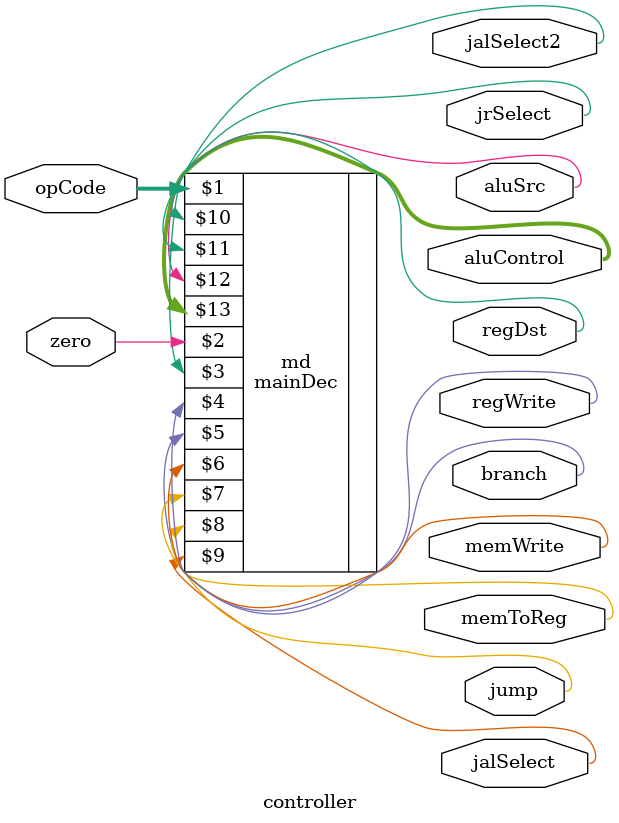
<source format=sv>

`ifndef CONTROLLER
`define CONTROLLER

`timescale 1ns/100ps

`include "./mainDec.sv"

module controller
	(input logic [4:0] opCode,
	input logic zero,
	output logic regDst, regWrite, branch, memWrite, memToReg, jump, jalSelect, jalSelect2, jrSelect, aluSrc,
	output logic [3:0] aluControl);
 
	// CPU main decoder
	mainDec md(opCode, zero, regDst, regWrite, branch, memWrite, memToReg, jump, jalSelect, jalSelect2, jrSelect, aluSrc, aluControl);
	
	// AND Gate that is part of Control
	assign branchMuxSelect = branch & zero;

endmodule //controller

`endif 

</source>
